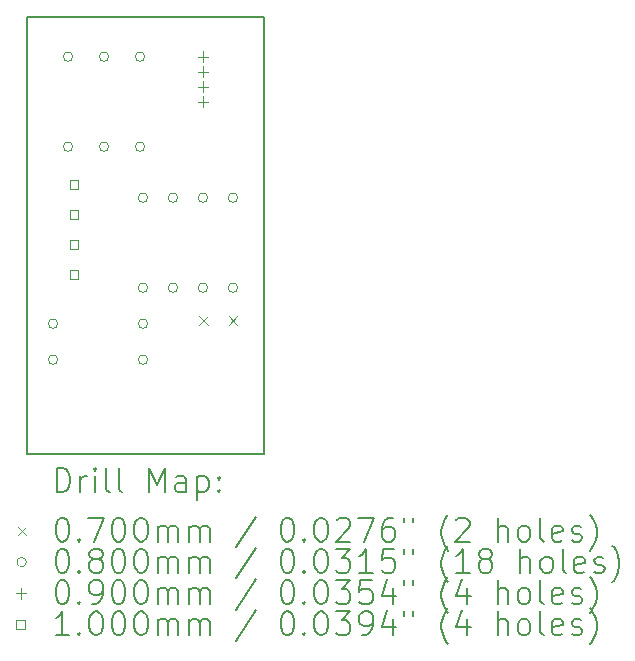
<source format=gbr>
%TF.GenerationSoftware,KiCad,Pcbnew,6.0.11-2627ca5db0~126~ubuntu20.04.1*%
%TF.CreationDate,2023-10-24T11:06:24+02:00*%
%TF.ProjectId,attiny85_I2C_RGB_LED_v21,61747469-6e79-4383-955f-4932435f5247,2.0*%
%TF.SameCoordinates,Original*%
%TF.FileFunction,Drillmap*%
%TF.FilePolarity,Positive*%
%FSLAX45Y45*%
G04 Gerber Fmt 4.5, Leading zero omitted, Abs format (unit mm)*
G04 Created by KiCad (PCBNEW 6.0.11-2627ca5db0~126~ubuntu20.04.1) date 2023-10-24 11:06:24*
%MOMM*%
%LPD*%
G01*
G04 APERTURE LIST*
%ADD10C,0.200000*%
%ADD11C,0.070000*%
%ADD12C,0.080000*%
%ADD13C,0.090000*%
%ADD14C,0.100000*%
G04 APERTURE END LIST*
D10*
X10680000Y-14770000D02*
X12680000Y-14770000D01*
X10680000Y-14770000D02*
X10680000Y-11070000D01*
X12680000Y-14770000D02*
X12680000Y-11070000D01*
X12680000Y-11070000D02*
X10680000Y-11070000D01*
D11*
X12135600Y-13604800D02*
X12205600Y-13674800D01*
X12205600Y-13604800D02*
X12135600Y-13674800D01*
X12385600Y-13604800D02*
X12455600Y-13674800D01*
X12455600Y-13604800D02*
X12385600Y-13674800D01*
D12*
X10936600Y-13665200D02*
G75*
G03*
X10936600Y-13665200I-40000J0D01*
G01*
X10936600Y-13970000D02*
G75*
G03*
X10936600Y-13970000I-40000J0D01*
G01*
X11063600Y-11404600D02*
G75*
G03*
X11063600Y-11404600I-40000J0D01*
G01*
X11063600Y-12166600D02*
G75*
G03*
X11063600Y-12166600I-40000J0D01*
G01*
X11368400Y-11404600D02*
G75*
G03*
X11368400Y-11404600I-40000J0D01*
G01*
X11368400Y-12166600D02*
G75*
G03*
X11368400Y-12166600I-40000J0D01*
G01*
X11673200Y-11404600D02*
G75*
G03*
X11673200Y-11404600I-40000J0D01*
G01*
X11673200Y-12166600D02*
G75*
G03*
X11673200Y-12166600I-40000J0D01*
G01*
X11697600Y-12599400D02*
G75*
G03*
X11697600Y-12599400I-40000J0D01*
G01*
X11697600Y-13361400D02*
G75*
G03*
X11697600Y-13361400I-40000J0D01*
G01*
X11698600Y-13665200D02*
G75*
G03*
X11698600Y-13665200I-40000J0D01*
G01*
X11698600Y-13970000D02*
G75*
G03*
X11698600Y-13970000I-40000J0D01*
G01*
X11951600Y-12599400D02*
G75*
G03*
X11951600Y-12599400I-40000J0D01*
G01*
X11951600Y-13361400D02*
G75*
G03*
X11951600Y-13361400I-40000J0D01*
G01*
X12205600Y-12599400D02*
G75*
G03*
X12205600Y-12599400I-40000J0D01*
G01*
X12205600Y-13361400D02*
G75*
G03*
X12205600Y-13361400I-40000J0D01*
G01*
X12459600Y-12599400D02*
G75*
G03*
X12459600Y-12599400I-40000J0D01*
G01*
X12459600Y-13361400D02*
G75*
G03*
X12459600Y-13361400I-40000J0D01*
G01*
D13*
X12166600Y-11359600D02*
X12166600Y-11449600D01*
X12121600Y-11404600D02*
X12211600Y-11404600D01*
X12166600Y-11486600D02*
X12166600Y-11576600D01*
X12121600Y-11531600D02*
X12211600Y-11531600D01*
X12166600Y-11613600D02*
X12166600Y-11703600D01*
X12121600Y-11658600D02*
X12211600Y-11658600D01*
X12166600Y-11740600D02*
X12166600Y-11830600D01*
X12121600Y-11785600D02*
X12211600Y-11785600D01*
D14*
X11109756Y-12523356D02*
X11109756Y-12452644D01*
X11039044Y-12452644D01*
X11039044Y-12523356D01*
X11109756Y-12523356D01*
X11109756Y-12777356D02*
X11109756Y-12706644D01*
X11039044Y-12706644D01*
X11039044Y-12777356D01*
X11109756Y-12777356D01*
X11109756Y-13031356D02*
X11109756Y-12960644D01*
X11039044Y-12960644D01*
X11039044Y-13031356D01*
X11109756Y-13031356D01*
X11109756Y-13285356D02*
X11109756Y-13214644D01*
X11039044Y-13214644D01*
X11039044Y-13285356D01*
X11109756Y-13285356D01*
D10*
X10927619Y-15090476D02*
X10927619Y-14890476D01*
X10975238Y-14890476D01*
X11003810Y-14900000D01*
X11022857Y-14919048D01*
X11032381Y-14938095D01*
X11041905Y-14976190D01*
X11041905Y-15004762D01*
X11032381Y-15042857D01*
X11022857Y-15061905D01*
X11003810Y-15080952D01*
X10975238Y-15090476D01*
X10927619Y-15090476D01*
X11127619Y-15090476D02*
X11127619Y-14957143D01*
X11127619Y-14995238D02*
X11137143Y-14976190D01*
X11146667Y-14966667D01*
X11165714Y-14957143D01*
X11184762Y-14957143D01*
X11251428Y-15090476D02*
X11251428Y-14957143D01*
X11251428Y-14890476D02*
X11241905Y-14900000D01*
X11251428Y-14909524D01*
X11260952Y-14900000D01*
X11251428Y-14890476D01*
X11251428Y-14909524D01*
X11375238Y-15090476D02*
X11356190Y-15080952D01*
X11346667Y-15061905D01*
X11346667Y-14890476D01*
X11480000Y-15090476D02*
X11460952Y-15080952D01*
X11451428Y-15061905D01*
X11451428Y-14890476D01*
X11708571Y-15090476D02*
X11708571Y-14890476D01*
X11775238Y-15033333D01*
X11841905Y-14890476D01*
X11841905Y-15090476D01*
X12022857Y-15090476D02*
X12022857Y-14985714D01*
X12013333Y-14966667D01*
X11994286Y-14957143D01*
X11956190Y-14957143D01*
X11937143Y-14966667D01*
X12022857Y-15080952D02*
X12003809Y-15090476D01*
X11956190Y-15090476D01*
X11937143Y-15080952D01*
X11927619Y-15061905D01*
X11927619Y-15042857D01*
X11937143Y-15023809D01*
X11956190Y-15014286D01*
X12003809Y-15014286D01*
X12022857Y-15004762D01*
X12118095Y-14957143D02*
X12118095Y-15157143D01*
X12118095Y-14966667D02*
X12137143Y-14957143D01*
X12175238Y-14957143D01*
X12194286Y-14966667D01*
X12203809Y-14976190D01*
X12213333Y-14995238D01*
X12213333Y-15052381D01*
X12203809Y-15071428D01*
X12194286Y-15080952D01*
X12175238Y-15090476D01*
X12137143Y-15090476D01*
X12118095Y-15080952D01*
X12299048Y-15071428D02*
X12308571Y-15080952D01*
X12299048Y-15090476D01*
X12289524Y-15080952D01*
X12299048Y-15071428D01*
X12299048Y-15090476D01*
X12299048Y-14966667D02*
X12308571Y-14976190D01*
X12299048Y-14985714D01*
X12289524Y-14976190D01*
X12299048Y-14966667D01*
X12299048Y-14985714D01*
D11*
X10600000Y-15385000D02*
X10670000Y-15455000D01*
X10670000Y-15385000D02*
X10600000Y-15455000D01*
D10*
X10965714Y-15310476D02*
X10984762Y-15310476D01*
X11003810Y-15320000D01*
X11013333Y-15329524D01*
X11022857Y-15348571D01*
X11032381Y-15386667D01*
X11032381Y-15434286D01*
X11022857Y-15472381D01*
X11013333Y-15491428D01*
X11003810Y-15500952D01*
X10984762Y-15510476D01*
X10965714Y-15510476D01*
X10946667Y-15500952D01*
X10937143Y-15491428D01*
X10927619Y-15472381D01*
X10918095Y-15434286D01*
X10918095Y-15386667D01*
X10927619Y-15348571D01*
X10937143Y-15329524D01*
X10946667Y-15320000D01*
X10965714Y-15310476D01*
X11118095Y-15491428D02*
X11127619Y-15500952D01*
X11118095Y-15510476D01*
X11108571Y-15500952D01*
X11118095Y-15491428D01*
X11118095Y-15510476D01*
X11194286Y-15310476D02*
X11327619Y-15310476D01*
X11241905Y-15510476D01*
X11441905Y-15310476D02*
X11460952Y-15310476D01*
X11480000Y-15320000D01*
X11489524Y-15329524D01*
X11499048Y-15348571D01*
X11508571Y-15386667D01*
X11508571Y-15434286D01*
X11499048Y-15472381D01*
X11489524Y-15491428D01*
X11480000Y-15500952D01*
X11460952Y-15510476D01*
X11441905Y-15510476D01*
X11422857Y-15500952D01*
X11413333Y-15491428D01*
X11403809Y-15472381D01*
X11394286Y-15434286D01*
X11394286Y-15386667D01*
X11403809Y-15348571D01*
X11413333Y-15329524D01*
X11422857Y-15320000D01*
X11441905Y-15310476D01*
X11632381Y-15310476D02*
X11651428Y-15310476D01*
X11670476Y-15320000D01*
X11680000Y-15329524D01*
X11689524Y-15348571D01*
X11699048Y-15386667D01*
X11699048Y-15434286D01*
X11689524Y-15472381D01*
X11680000Y-15491428D01*
X11670476Y-15500952D01*
X11651428Y-15510476D01*
X11632381Y-15510476D01*
X11613333Y-15500952D01*
X11603809Y-15491428D01*
X11594286Y-15472381D01*
X11584762Y-15434286D01*
X11584762Y-15386667D01*
X11594286Y-15348571D01*
X11603809Y-15329524D01*
X11613333Y-15320000D01*
X11632381Y-15310476D01*
X11784762Y-15510476D02*
X11784762Y-15377143D01*
X11784762Y-15396190D02*
X11794286Y-15386667D01*
X11813333Y-15377143D01*
X11841905Y-15377143D01*
X11860952Y-15386667D01*
X11870476Y-15405714D01*
X11870476Y-15510476D01*
X11870476Y-15405714D02*
X11880000Y-15386667D01*
X11899048Y-15377143D01*
X11927619Y-15377143D01*
X11946667Y-15386667D01*
X11956190Y-15405714D01*
X11956190Y-15510476D01*
X12051428Y-15510476D02*
X12051428Y-15377143D01*
X12051428Y-15396190D02*
X12060952Y-15386667D01*
X12080000Y-15377143D01*
X12108571Y-15377143D01*
X12127619Y-15386667D01*
X12137143Y-15405714D01*
X12137143Y-15510476D01*
X12137143Y-15405714D02*
X12146667Y-15386667D01*
X12165714Y-15377143D01*
X12194286Y-15377143D01*
X12213333Y-15386667D01*
X12222857Y-15405714D01*
X12222857Y-15510476D01*
X12613333Y-15300952D02*
X12441905Y-15558095D01*
X12870476Y-15310476D02*
X12889524Y-15310476D01*
X12908571Y-15320000D01*
X12918095Y-15329524D01*
X12927619Y-15348571D01*
X12937143Y-15386667D01*
X12937143Y-15434286D01*
X12927619Y-15472381D01*
X12918095Y-15491428D01*
X12908571Y-15500952D01*
X12889524Y-15510476D01*
X12870476Y-15510476D01*
X12851428Y-15500952D01*
X12841905Y-15491428D01*
X12832381Y-15472381D01*
X12822857Y-15434286D01*
X12822857Y-15386667D01*
X12832381Y-15348571D01*
X12841905Y-15329524D01*
X12851428Y-15320000D01*
X12870476Y-15310476D01*
X13022857Y-15491428D02*
X13032381Y-15500952D01*
X13022857Y-15510476D01*
X13013333Y-15500952D01*
X13022857Y-15491428D01*
X13022857Y-15510476D01*
X13156190Y-15310476D02*
X13175238Y-15310476D01*
X13194286Y-15320000D01*
X13203809Y-15329524D01*
X13213333Y-15348571D01*
X13222857Y-15386667D01*
X13222857Y-15434286D01*
X13213333Y-15472381D01*
X13203809Y-15491428D01*
X13194286Y-15500952D01*
X13175238Y-15510476D01*
X13156190Y-15510476D01*
X13137143Y-15500952D01*
X13127619Y-15491428D01*
X13118095Y-15472381D01*
X13108571Y-15434286D01*
X13108571Y-15386667D01*
X13118095Y-15348571D01*
X13127619Y-15329524D01*
X13137143Y-15320000D01*
X13156190Y-15310476D01*
X13299048Y-15329524D02*
X13308571Y-15320000D01*
X13327619Y-15310476D01*
X13375238Y-15310476D01*
X13394286Y-15320000D01*
X13403809Y-15329524D01*
X13413333Y-15348571D01*
X13413333Y-15367619D01*
X13403809Y-15396190D01*
X13289524Y-15510476D01*
X13413333Y-15510476D01*
X13480000Y-15310476D02*
X13613333Y-15310476D01*
X13527619Y-15510476D01*
X13775238Y-15310476D02*
X13737143Y-15310476D01*
X13718095Y-15320000D01*
X13708571Y-15329524D01*
X13689524Y-15358095D01*
X13680000Y-15396190D01*
X13680000Y-15472381D01*
X13689524Y-15491428D01*
X13699048Y-15500952D01*
X13718095Y-15510476D01*
X13756190Y-15510476D01*
X13775238Y-15500952D01*
X13784762Y-15491428D01*
X13794286Y-15472381D01*
X13794286Y-15424762D01*
X13784762Y-15405714D01*
X13775238Y-15396190D01*
X13756190Y-15386667D01*
X13718095Y-15386667D01*
X13699048Y-15396190D01*
X13689524Y-15405714D01*
X13680000Y-15424762D01*
X13870476Y-15310476D02*
X13870476Y-15348571D01*
X13946667Y-15310476D02*
X13946667Y-15348571D01*
X14241905Y-15586667D02*
X14232381Y-15577143D01*
X14213333Y-15548571D01*
X14203809Y-15529524D01*
X14194286Y-15500952D01*
X14184762Y-15453333D01*
X14184762Y-15415238D01*
X14194286Y-15367619D01*
X14203809Y-15339048D01*
X14213333Y-15320000D01*
X14232381Y-15291428D01*
X14241905Y-15281905D01*
X14308571Y-15329524D02*
X14318095Y-15320000D01*
X14337143Y-15310476D01*
X14384762Y-15310476D01*
X14403809Y-15320000D01*
X14413333Y-15329524D01*
X14422857Y-15348571D01*
X14422857Y-15367619D01*
X14413333Y-15396190D01*
X14299048Y-15510476D01*
X14422857Y-15510476D01*
X14660952Y-15510476D02*
X14660952Y-15310476D01*
X14746667Y-15510476D02*
X14746667Y-15405714D01*
X14737143Y-15386667D01*
X14718095Y-15377143D01*
X14689524Y-15377143D01*
X14670476Y-15386667D01*
X14660952Y-15396190D01*
X14870476Y-15510476D02*
X14851428Y-15500952D01*
X14841905Y-15491428D01*
X14832381Y-15472381D01*
X14832381Y-15415238D01*
X14841905Y-15396190D01*
X14851428Y-15386667D01*
X14870476Y-15377143D01*
X14899048Y-15377143D01*
X14918095Y-15386667D01*
X14927619Y-15396190D01*
X14937143Y-15415238D01*
X14937143Y-15472381D01*
X14927619Y-15491428D01*
X14918095Y-15500952D01*
X14899048Y-15510476D01*
X14870476Y-15510476D01*
X15051428Y-15510476D02*
X15032381Y-15500952D01*
X15022857Y-15481905D01*
X15022857Y-15310476D01*
X15203809Y-15500952D02*
X15184762Y-15510476D01*
X15146667Y-15510476D01*
X15127619Y-15500952D01*
X15118095Y-15481905D01*
X15118095Y-15405714D01*
X15127619Y-15386667D01*
X15146667Y-15377143D01*
X15184762Y-15377143D01*
X15203809Y-15386667D01*
X15213333Y-15405714D01*
X15213333Y-15424762D01*
X15118095Y-15443809D01*
X15289524Y-15500952D02*
X15308571Y-15510476D01*
X15346667Y-15510476D01*
X15365714Y-15500952D01*
X15375238Y-15481905D01*
X15375238Y-15472381D01*
X15365714Y-15453333D01*
X15346667Y-15443809D01*
X15318095Y-15443809D01*
X15299048Y-15434286D01*
X15289524Y-15415238D01*
X15289524Y-15405714D01*
X15299048Y-15386667D01*
X15318095Y-15377143D01*
X15346667Y-15377143D01*
X15365714Y-15386667D01*
X15441905Y-15586667D02*
X15451428Y-15577143D01*
X15470476Y-15548571D01*
X15480000Y-15529524D01*
X15489524Y-15500952D01*
X15499048Y-15453333D01*
X15499048Y-15415238D01*
X15489524Y-15367619D01*
X15480000Y-15339048D01*
X15470476Y-15320000D01*
X15451428Y-15291428D01*
X15441905Y-15281905D01*
D12*
X10670000Y-15684000D02*
G75*
G03*
X10670000Y-15684000I-40000J0D01*
G01*
D10*
X10965714Y-15574476D02*
X10984762Y-15574476D01*
X11003810Y-15584000D01*
X11013333Y-15593524D01*
X11022857Y-15612571D01*
X11032381Y-15650667D01*
X11032381Y-15698286D01*
X11022857Y-15736381D01*
X11013333Y-15755428D01*
X11003810Y-15764952D01*
X10984762Y-15774476D01*
X10965714Y-15774476D01*
X10946667Y-15764952D01*
X10937143Y-15755428D01*
X10927619Y-15736381D01*
X10918095Y-15698286D01*
X10918095Y-15650667D01*
X10927619Y-15612571D01*
X10937143Y-15593524D01*
X10946667Y-15584000D01*
X10965714Y-15574476D01*
X11118095Y-15755428D02*
X11127619Y-15764952D01*
X11118095Y-15774476D01*
X11108571Y-15764952D01*
X11118095Y-15755428D01*
X11118095Y-15774476D01*
X11241905Y-15660190D02*
X11222857Y-15650667D01*
X11213333Y-15641143D01*
X11203809Y-15622095D01*
X11203809Y-15612571D01*
X11213333Y-15593524D01*
X11222857Y-15584000D01*
X11241905Y-15574476D01*
X11280000Y-15574476D01*
X11299048Y-15584000D01*
X11308571Y-15593524D01*
X11318095Y-15612571D01*
X11318095Y-15622095D01*
X11308571Y-15641143D01*
X11299048Y-15650667D01*
X11280000Y-15660190D01*
X11241905Y-15660190D01*
X11222857Y-15669714D01*
X11213333Y-15679238D01*
X11203809Y-15698286D01*
X11203809Y-15736381D01*
X11213333Y-15755428D01*
X11222857Y-15764952D01*
X11241905Y-15774476D01*
X11280000Y-15774476D01*
X11299048Y-15764952D01*
X11308571Y-15755428D01*
X11318095Y-15736381D01*
X11318095Y-15698286D01*
X11308571Y-15679238D01*
X11299048Y-15669714D01*
X11280000Y-15660190D01*
X11441905Y-15574476D02*
X11460952Y-15574476D01*
X11480000Y-15584000D01*
X11489524Y-15593524D01*
X11499048Y-15612571D01*
X11508571Y-15650667D01*
X11508571Y-15698286D01*
X11499048Y-15736381D01*
X11489524Y-15755428D01*
X11480000Y-15764952D01*
X11460952Y-15774476D01*
X11441905Y-15774476D01*
X11422857Y-15764952D01*
X11413333Y-15755428D01*
X11403809Y-15736381D01*
X11394286Y-15698286D01*
X11394286Y-15650667D01*
X11403809Y-15612571D01*
X11413333Y-15593524D01*
X11422857Y-15584000D01*
X11441905Y-15574476D01*
X11632381Y-15574476D02*
X11651428Y-15574476D01*
X11670476Y-15584000D01*
X11680000Y-15593524D01*
X11689524Y-15612571D01*
X11699048Y-15650667D01*
X11699048Y-15698286D01*
X11689524Y-15736381D01*
X11680000Y-15755428D01*
X11670476Y-15764952D01*
X11651428Y-15774476D01*
X11632381Y-15774476D01*
X11613333Y-15764952D01*
X11603809Y-15755428D01*
X11594286Y-15736381D01*
X11584762Y-15698286D01*
X11584762Y-15650667D01*
X11594286Y-15612571D01*
X11603809Y-15593524D01*
X11613333Y-15584000D01*
X11632381Y-15574476D01*
X11784762Y-15774476D02*
X11784762Y-15641143D01*
X11784762Y-15660190D02*
X11794286Y-15650667D01*
X11813333Y-15641143D01*
X11841905Y-15641143D01*
X11860952Y-15650667D01*
X11870476Y-15669714D01*
X11870476Y-15774476D01*
X11870476Y-15669714D02*
X11880000Y-15650667D01*
X11899048Y-15641143D01*
X11927619Y-15641143D01*
X11946667Y-15650667D01*
X11956190Y-15669714D01*
X11956190Y-15774476D01*
X12051428Y-15774476D02*
X12051428Y-15641143D01*
X12051428Y-15660190D02*
X12060952Y-15650667D01*
X12080000Y-15641143D01*
X12108571Y-15641143D01*
X12127619Y-15650667D01*
X12137143Y-15669714D01*
X12137143Y-15774476D01*
X12137143Y-15669714D02*
X12146667Y-15650667D01*
X12165714Y-15641143D01*
X12194286Y-15641143D01*
X12213333Y-15650667D01*
X12222857Y-15669714D01*
X12222857Y-15774476D01*
X12613333Y-15564952D02*
X12441905Y-15822095D01*
X12870476Y-15574476D02*
X12889524Y-15574476D01*
X12908571Y-15584000D01*
X12918095Y-15593524D01*
X12927619Y-15612571D01*
X12937143Y-15650667D01*
X12937143Y-15698286D01*
X12927619Y-15736381D01*
X12918095Y-15755428D01*
X12908571Y-15764952D01*
X12889524Y-15774476D01*
X12870476Y-15774476D01*
X12851428Y-15764952D01*
X12841905Y-15755428D01*
X12832381Y-15736381D01*
X12822857Y-15698286D01*
X12822857Y-15650667D01*
X12832381Y-15612571D01*
X12841905Y-15593524D01*
X12851428Y-15584000D01*
X12870476Y-15574476D01*
X13022857Y-15755428D02*
X13032381Y-15764952D01*
X13022857Y-15774476D01*
X13013333Y-15764952D01*
X13022857Y-15755428D01*
X13022857Y-15774476D01*
X13156190Y-15574476D02*
X13175238Y-15574476D01*
X13194286Y-15584000D01*
X13203809Y-15593524D01*
X13213333Y-15612571D01*
X13222857Y-15650667D01*
X13222857Y-15698286D01*
X13213333Y-15736381D01*
X13203809Y-15755428D01*
X13194286Y-15764952D01*
X13175238Y-15774476D01*
X13156190Y-15774476D01*
X13137143Y-15764952D01*
X13127619Y-15755428D01*
X13118095Y-15736381D01*
X13108571Y-15698286D01*
X13108571Y-15650667D01*
X13118095Y-15612571D01*
X13127619Y-15593524D01*
X13137143Y-15584000D01*
X13156190Y-15574476D01*
X13289524Y-15574476D02*
X13413333Y-15574476D01*
X13346667Y-15650667D01*
X13375238Y-15650667D01*
X13394286Y-15660190D01*
X13403809Y-15669714D01*
X13413333Y-15688762D01*
X13413333Y-15736381D01*
X13403809Y-15755428D01*
X13394286Y-15764952D01*
X13375238Y-15774476D01*
X13318095Y-15774476D01*
X13299048Y-15764952D01*
X13289524Y-15755428D01*
X13603809Y-15774476D02*
X13489524Y-15774476D01*
X13546667Y-15774476D02*
X13546667Y-15574476D01*
X13527619Y-15603048D01*
X13508571Y-15622095D01*
X13489524Y-15631619D01*
X13784762Y-15574476D02*
X13689524Y-15574476D01*
X13680000Y-15669714D01*
X13689524Y-15660190D01*
X13708571Y-15650667D01*
X13756190Y-15650667D01*
X13775238Y-15660190D01*
X13784762Y-15669714D01*
X13794286Y-15688762D01*
X13794286Y-15736381D01*
X13784762Y-15755428D01*
X13775238Y-15764952D01*
X13756190Y-15774476D01*
X13708571Y-15774476D01*
X13689524Y-15764952D01*
X13680000Y-15755428D01*
X13870476Y-15574476D02*
X13870476Y-15612571D01*
X13946667Y-15574476D02*
X13946667Y-15612571D01*
X14241905Y-15850667D02*
X14232381Y-15841143D01*
X14213333Y-15812571D01*
X14203809Y-15793524D01*
X14194286Y-15764952D01*
X14184762Y-15717333D01*
X14184762Y-15679238D01*
X14194286Y-15631619D01*
X14203809Y-15603048D01*
X14213333Y-15584000D01*
X14232381Y-15555428D01*
X14241905Y-15545905D01*
X14422857Y-15774476D02*
X14308571Y-15774476D01*
X14365714Y-15774476D02*
X14365714Y-15574476D01*
X14346667Y-15603048D01*
X14327619Y-15622095D01*
X14308571Y-15631619D01*
X14537143Y-15660190D02*
X14518095Y-15650667D01*
X14508571Y-15641143D01*
X14499048Y-15622095D01*
X14499048Y-15612571D01*
X14508571Y-15593524D01*
X14518095Y-15584000D01*
X14537143Y-15574476D01*
X14575238Y-15574476D01*
X14594286Y-15584000D01*
X14603809Y-15593524D01*
X14613333Y-15612571D01*
X14613333Y-15622095D01*
X14603809Y-15641143D01*
X14594286Y-15650667D01*
X14575238Y-15660190D01*
X14537143Y-15660190D01*
X14518095Y-15669714D01*
X14508571Y-15679238D01*
X14499048Y-15698286D01*
X14499048Y-15736381D01*
X14508571Y-15755428D01*
X14518095Y-15764952D01*
X14537143Y-15774476D01*
X14575238Y-15774476D01*
X14594286Y-15764952D01*
X14603809Y-15755428D01*
X14613333Y-15736381D01*
X14613333Y-15698286D01*
X14603809Y-15679238D01*
X14594286Y-15669714D01*
X14575238Y-15660190D01*
X14851428Y-15774476D02*
X14851428Y-15574476D01*
X14937143Y-15774476D02*
X14937143Y-15669714D01*
X14927619Y-15650667D01*
X14908571Y-15641143D01*
X14880000Y-15641143D01*
X14860952Y-15650667D01*
X14851428Y-15660190D01*
X15060952Y-15774476D02*
X15041905Y-15764952D01*
X15032381Y-15755428D01*
X15022857Y-15736381D01*
X15022857Y-15679238D01*
X15032381Y-15660190D01*
X15041905Y-15650667D01*
X15060952Y-15641143D01*
X15089524Y-15641143D01*
X15108571Y-15650667D01*
X15118095Y-15660190D01*
X15127619Y-15679238D01*
X15127619Y-15736381D01*
X15118095Y-15755428D01*
X15108571Y-15764952D01*
X15089524Y-15774476D01*
X15060952Y-15774476D01*
X15241905Y-15774476D02*
X15222857Y-15764952D01*
X15213333Y-15745905D01*
X15213333Y-15574476D01*
X15394286Y-15764952D02*
X15375238Y-15774476D01*
X15337143Y-15774476D01*
X15318095Y-15764952D01*
X15308571Y-15745905D01*
X15308571Y-15669714D01*
X15318095Y-15650667D01*
X15337143Y-15641143D01*
X15375238Y-15641143D01*
X15394286Y-15650667D01*
X15403809Y-15669714D01*
X15403809Y-15688762D01*
X15308571Y-15707809D01*
X15480000Y-15764952D02*
X15499048Y-15774476D01*
X15537143Y-15774476D01*
X15556190Y-15764952D01*
X15565714Y-15745905D01*
X15565714Y-15736381D01*
X15556190Y-15717333D01*
X15537143Y-15707809D01*
X15508571Y-15707809D01*
X15489524Y-15698286D01*
X15480000Y-15679238D01*
X15480000Y-15669714D01*
X15489524Y-15650667D01*
X15508571Y-15641143D01*
X15537143Y-15641143D01*
X15556190Y-15650667D01*
X15632381Y-15850667D02*
X15641905Y-15841143D01*
X15660952Y-15812571D01*
X15670476Y-15793524D01*
X15680000Y-15764952D01*
X15689524Y-15717333D01*
X15689524Y-15679238D01*
X15680000Y-15631619D01*
X15670476Y-15603048D01*
X15660952Y-15584000D01*
X15641905Y-15555428D01*
X15632381Y-15545905D01*
D13*
X10625000Y-15903000D02*
X10625000Y-15993000D01*
X10580000Y-15948000D02*
X10670000Y-15948000D01*
D10*
X10965714Y-15838476D02*
X10984762Y-15838476D01*
X11003810Y-15848000D01*
X11013333Y-15857524D01*
X11022857Y-15876571D01*
X11032381Y-15914667D01*
X11032381Y-15962286D01*
X11022857Y-16000381D01*
X11013333Y-16019428D01*
X11003810Y-16028952D01*
X10984762Y-16038476D01*
X10965714Y-16038476D01*
X10946667Y-16028952D01*
X10937143Y-16019428D01*
X10927619Y-16000381D01*
X10918095Y-15962286D01*
X10918095Y-15914667D01*
X10927619Y-15876571D01*
X10937143Y-15857524D01*
X10946667Y-15848000D01*
X10965714Y-15838476D01*
X11118095Y-16019428D02*
X11127619Y-16028952D01*
X11118095Y-16038476D01*
X11108571Y-16028952D01*
X11118095Y-16019428D01*
X11118095Y-16038476D01*
X11222857Y-16038476D02*
X11260952Y-16038476D01*
X11280000Y-16028952D01*
X11289524Y-16019428D01*
X11308571Y-15990857D01*
X11318095Y-15952762D01*
X11318095Y-15876571D01*
X11308571Y-15857524D01*
X11299048Y-15848000D01*
X11280000Y-15838476D01*
X11241905Y-15838476D01*
X11222857Y-15848000D01*
X11213333Y-15857524D01*
X11203809Y-15876571D01*
X11203809Y-15924190D01*
X11213333Y-15943238D01*
X11222857Y-15952762D01*
X11241905Y-15962286D01*
X11280000Y-15962286D01*
X11299048Y-15952762D01*
X11308571Y-15943238D01*
X11318095Y-15924190D01*
X11441905Y-15838476D02*
X11460952Y-15838476D01*
X11480000Y-15848000D01*
X11489524Y-15857524D01*
X11499048Y-15876571D01*
X11508571Y-15914667D01*
X11508571Y-15962286D01*
X11499048Y-16000381D01*
X11489524Y-16019428D01*
X11480000Y-16028952D01*
X11460952Y-16038476D01*
X11441905Y-16038476D01*
X11422857Y-16028952D01*
X11413333Y-16019428D01*
X11403809Y-16000381D01*
X11394286Y-15962286D01*
X11394286Y-15914667D01*
X11403809Y-15876571D01*
X11413333Y-15857524D01*
X11422857Y-15848000D01*
X11441905Y-15838476D01*
X11632381Y-15838476D02*
X11651428Y-15838476D01*
X11670476Y-15848000D01*
X11680000Y-15857524D01*
X11689524Y-15876571D01*
X11699048Y-15914667D01*
X11699048Y-15962286D01*
X11689524Y-16000381D01*
X11680000Y-16019428D01*
X11670476Y-16028952D01*
X11651428Y-16038476D01*
X11632381Y-16038476D01*
X11613333Y-16028952D01*
X11603809Y-16019428D01*
X11594286Y-16000381D01*
X11584762Y-15962286D01*
X11584762Y-15914667D01*
X11594286Y-15876571D01*
X11603809Y-15857524D01*
X11613333Y-15848000D01*
X11632381Y-15838476D01*
X11784762Y-16038476D02*
X11784762Y-15905143D01*
X11784762Y-15924190D02*
X11794286Y-15914667D01*
X11813333Y-15905143D01*
X11841905Y-15905143D01*
X11860952Y-15914667D01*
X11870476Y-15933714D01*
X11870476Y-16038476D01*
X11870476Y-15933714D02*
X11880000Y-15914667D01*
X11899048Y-15905143D01*
X11927619Y-15905143D01*
X11946667Y-15914667D01*
X11956190Y-15933714D01*
X11956190Y-16038476D01*
X12051428Y-16038476D02*
X12051428Y-15905143D01*
X12051428Y-15924190D02*
X12060952Y-15914667D01*
X12080000Y-15905143D01*
X12108571Y-15905143D01*
X12127619Y-15914667D01*
X12137143Y-15933714D01*
X12137143Y-16038476D01*
X12137143Y-15933714D02*
X12146667Y-15914667D01*
X12165714Y-15905143D01*
X12194286Y-15905143D01*
X12213333Y-15914667D01*
X12222857Y-15933714D01*
X12222857Y-16038476D01*
X12613333Y-15828952D02*
X12441905Y-16086095D01*
X12870476Y-15838476D02*
X12889524Y-15838476D01*
X12908571Y-15848000D01*
X12918095Y-15857524D01*
X12927619Y-15876571D01*
X12937143Y-15914667D01*
X12937143Y-15962286D01*
X12927619Y-16000381D01*
X12918095Y-16019428D01*
X12908571Y-16028952D01*
X12889524Y-16038476D01*
X12870476Y-16038476D01*
X12851428Y-16028952D01*
X12841905Y-16019428D01*
X12832381Y-16000381D01*
X12822857Y-15962286D01*
X12822857Y-15914667D01*
X12832381Y-15876571D01*
X12841905Y-15857524D01*
X12851428Y-15848000D01*
X12870476Y-15838476D01*
X13022857Y-16019428D02*
X13032381Y-16028952D01*
X13022857Y-16038476D01*
X13013333Y-16028952D01*
X13022857Y-16019428D01*
X13022857Y-16038476D01*
X13156190Y-15838476D02*
X13175238Y-15838476D01*
X13194286Y-15848000D01*
X13203809Y-15857524D01*
X13213333Y-15876571D01*
X13222857Y-15914667D01*
X13222857Y-15962286D01*
X13213333Y-16000381D01*
X13203809Y-16019428D01*
X13194286Y-16028952D01*
X13175238Y-16038476D01*
X13156190Y-16038476D01*
X13137143Y-16028952D01*
X13127619Y-16019428D01*
X13118095Y-16000381D01*
X13108571Y-15962286D01*
X13108571Y-15914667D01*
X13118095Y-15876571D01*
X13127619Y-15857524D01*
X13137143Y-15848000D01*
X13156190Y-15838476D01*
X13289524Y-15838476D02*
X13413333Y-15838476D01*
X13346667Y-15914667D01*
X13375238Y-15914667D01*
X13394286Y-15924190D01*
X13403809Y-15933714D01*
X13413333Y-15952762D01*
X13413333Y-16000381D01*
X13403809Y-16019428D01*
X13394286Y-16028952D01*
X13375238Y-16038476D01*
X13318095Y-16038476D01*
X13299048Y-16028952D01*
X13289524Y-16019428D01*
X13594286Y-15838476D02*
X13499048Y-15838476D01*
X13489524Y-15933714D01*
X13499048Y-15924190D01*
X13518095Y-15914667D01*
X13565714Y-15914667D01*
X13584762Y-15924190D01*
X13594286Y-15933714D01*
X13603809Y-15952762D01*
X13603809Y-16000381D01*
X13594286Y-16019428D01*
X13584762Y-16028952D01*
X13565714Y-16038476D01*
X13518095Y-16038476D01*
X13499048Y-16028952D01*
X13489524Y-16019428D01*
X13775238Y-15905143D02*
X13775238Y-16038476D01*
X13727619Y-15828952D02*
X13680000Y-15971809D01*
X13803809Y-15971809D01*
X13870476Y-15838476D02*
X13870476Y-15876571D01*
X13946667Y-15838476D02*
X13946667Y-15876571D01*
X14241905Y-16114667D02*
X14232381Y-16105143D01*
X14213333Y-16076571D01*
X14203809Y-16057524D01*
X14194286Y-16028952D01*
X14184762Y-15981333D01*
X14184762Y-15943238D01*
X14194286Y-15895619D01*
X14203809Y-15867048D01*
X14213333Y-15848000D01*
X14232381Y-15819428D01*
X14241905Y-15809905D01*
X14403809Y-15905143D02*
X14403809Y-16038476D01*
X14356190Y-15828952D02*
X14308571Y-15971809D01*
X14432381Y-15971809D01*
X14660952Y-16038476D02*
X14660952Y-15838476D01*
X14746667Y-16038476D02*
X14746667Y-15933714D01*
X14737143Y-15914667D01*
X14718095Y-15905143D01*
X14689524Y-15905143D01*
X14670476Y-15914667D01*
X14660952Y-15924190D01*
X14870476Y-16038476D02*
X14851428Y-16028952D01*
X14841905Y-16019428D01*
X14832381Y-16000381D01*
X14832381Y-15943238D01*
X14841905Y-15924190D01*
X14851428Y-15914667D01*
X14870476Y-15905143D01*
X14899048Y-15905143D01*
X14918095Y-15914667D01*
X14927619Y-15924190D01*
X14937143Y-15943238D01*
X14937143Y-16000381D01*
X14927619Y-16019428D01*
X14918095Y-16028952D01*
X14899048Y-16038476D01*
X14870476Y-16038476D01*
X15051428Y-16038476D02*
X15032381Y-16028952D01*
X15022857Y-16009905D01*
X15022857Y-15838476D01*
X15203809Y-16028952D02*
X15184762Y-16038476D01*
X15146667Y-16038476D01*
X15127619Y-16028952D01*
X15118095Y-16009905D01*
X15118095Y-15933714D01*
X15127619Y-15914667D01*
X15146667Y-15905143D01*
X15184762Y-15905143D01*
X15203809Y-15914667D01*
X15213333Y-15933714D01*
X15213333Y-15952762D01*
X15118095Y-15971809D01*
X15289524Y-16028952D02*
X15308571Y-16038476D01*
X15346667Y-16038476D01*
X15365714Y-16028952D01*
X15375238Y-16009905D01*
X15375238Y-16000381D01*
X15365714Y-15981333D01*
X15346667Y-15971809D01*
X15318095Y-15971809D01*
X15299048Y-15962286D01*
X15289524Y-15943238D01*
X15289524Y-15933714D01*
X15299048Y-15914667D01*
X15318095Y-15905143D01*
X15346667Y-15905143D01*
X15365714Y-15914667D01*
X15441905Y-16114667D02*
X15451428Y-16105143D01*
X15470476Y-16076571D01*
X15480000Y-16057524D01*
X15489524Y-16028952D01*
X15499048Y-15981333D01*
X15499048Y-15943238D01*
X15489524Y-15895619D01*
X15480000Y-15867048D01*
X15470476Y-15848000D01*
X15451428Y-15819428D01*
X15441905Y-15809905D01*
D14*
X10655356Y-16247356D02*
X10655356Y-16176644D01*
X10584644Y-16176644D01*
X10584644Y-16247356D01*
X10655356Y-16247356D01*
D10*
X11032381Y-16302476D02*
X10918095Y-16302476D01*
X10975238Y-16302476D02*
X10975238Y-16102476D01*
X10956190Y-16131048D01*
X10937143Y-16150095D01*
X10918095Y-16159619D01*
X11118095Y-16283428D02*
X11127619Y-16292952D01*
X11118095Y-16302476D01*
X11108571Y-16292952D01*
X11118095Y-16283428D01*
X11118095Y-16302476D01*
X11251428Y-16102476D02*
X11270476Y-16102476D01*
X11289524Y-16112000D01*
X11299048Y-16121524D01*
X11308571Y-16140571D01*
X11318095Y-16178667D01*
X11318095Y-16226286D01*
X11308571Y-16264381D01*
X11299048Y-16283428D01*
X11289524Y-16292952D01*
X11270476Y-16302476D01*
X11251428Y-16302476D01*
X11232381Y-16292952D01*
X11222857Y-16283428D01*
X11213333Y-16264381D01*
X11203809Y-16226286D01*
X11203809Y-16178667D01*
X11213333Y-16140571D01*
X11222857Y-16121524D01*
X11232381Y-16112000D01*
X11251428Y-16102476D01*
X11441905Y-16102476D02*
X11460952Y-16102476D01*
X11480000Y-16112000D01*
X11489524Y-16121524D01*
X11499048Y-16140571D01*
X11508571Y-16178667D01*
X11508571Y-16226286D01*
X11499048Y-16264381D01*
X11489524Y-16283428D01*
X11480000Y-16292952D01*
X11460952Y-16302476D01*
X11441905Y-16302476D01*
X11422857Y-16292952D01*
X11413333Y-16283428D01*
X11403809Y-16264381D01*
X11394286Y-16226286D01*
X11394286Y-16178667D01*
X11403809Y-16140571D01*
X11413333Y-16121524D01*
X11422857Y-16112000D01*
X11441905Y-16102476D01*
X11632381Y-16102476D02*
X11651428Y-16102476D01*
X11670476Y-16112000D01*
X11680000Y-16121524D01*
X11689524Y-16140571D01*
X11699048Y-16178667D01*
X11699048Y-16226286D01*
X11689524Y-16264381D01*
X11680000Y-16283428D01*
X11670476Y-16292952D01*
X11651428Y-16302476D01*
X11632381Y-16302476D01*
X11613333Y-16292952D01*
X11603809Y-16283428D01*
X11594286Y-16264381D01*
X11584762Y-16226286D01*
X11584762Y-16178667D01*
X11594286Y-16140571D01*
X11603809Y-16121524D01*
X11613333Y-16112000D01*
X11632381Y-16102476D01*
X11784762Y-16302476D02*
X11784762Y-16169143D01*
X11784762Y-16188190D02*
X11794286Y-16178667D01*
X11813333Y-16169143D01*
X11841905Y-16169143D01*
X11860952Y-16178667D01*
X11870476Y-16197714D01*
X11870476Y-16302476D01*
X11870476Y-16197714D02*
X11880000Y-16178667D01*
X11899048Y-16169143D01*
X11927619Y-16169143D01*
X11946667Y-16178667D01*
X11956190Y-16197714D01*
X11956190Y-16302476D01*
X12051428Y-16302476D02*
X12051428Y-16169143D01*
X12051428Y-16188190D02*
X12060952Y-16178667D01*
X12080000Y-16169143D01*
X12108571Y-16169143D01*
X12127619Y-16178667D01*
X12137143Y-16197714D01*
X12137143Y-16302476D01*
X12137143Y-16197714D02*
X12146667Y-16178667D01*
X12165714Y-16169143D01*
X12194286Y-16169143D01*
X12213333Y-16178667D01*
X12222857Y-16197714D01*
X12222857Y-16302476D01*
X12613333Y-16092952D02*
X12441905Y-16350095D01*
X12870476Y-16102476D02*
X12889524Y-16102476D01*
X12908571Y-16112000D01*
X12918095Y-16121524D01*
X12927619Y-16140571D01*
X12937143Y-16178667D01*
X12937143Y-16226286D01*
X12927619Y-16264381D01*
X12918095Y-16283428D01*
X12908571Y-16292952D01*
X12889524Y-16302476D01*
X12870476Y-16302476D01*
X12851428Y-16292952D01*
X12841905Y-16283428D01*
X12832381Y-16264381D01*
X12822857Y-16226286D01*
X12822857Y-16178667D01*
X12832381Y-16140571D01*
X12841905Y-16121524D01*
X12851428Y-16112000D01*
X12870476Y-16102476D01*
X13022857Y-16283428D02*
X13032381Y-16292952D01*
X13022857Y-16302476D01*
X13013333Y-16292952D01*
X13022857Y-16283428D01*
X13022857Y-16302476D01*
X13156190Y-16102476D02*
X13175238Y-16102476D01*
X13194286Y-16112000D01*
X13203809Y-16121524D01*
X13213333Y-16140571D01*
X13222857Y-16178667D01*
X13222857Y-16226286D01*
X13213333Y-16264381D01*
X13203809Y-16283428D01*
X13194286Y-16292952D01*
X13175238Y-16302476D01*
X13156190Y-16302476D01*
X13137143Y-16292952D01*
X13127619Y-16283428D01*
X13118095Y-16264381D01*
X13108571Y-16226286D01*
X13108571Y-16178667D01*
X13118095Y-16140571D01*
X13127619Y-16121524D01*
X13137143Y-16112000D01*
X13156190Y-16102476D01*
X13289524Y-16102476D02*
X13413333Y-16102476D01*
X13346667Y-16178667D01*
X13375238Y-16178667D01*
X13394286Y-16188190D01*
X13403809Y-16197714D01*
X13413333Y-16216762D01*
X13413333Y-16264381D01*
X13403809Y-16283428D01*
X13394286Y-16292952D01*
X13375238Y-16302476D01*
X13318095Y-16302476D01*
X13299048Y-16292952D01*
X13289524Y-16283428D01*
X13508571Y-16302476D02*
X13546667Y-16302476D01*
X13565714Y-16292952D01*
X13575238Y-16283428D01*
X13594286Y-16254857D01*
X13603809Y-16216762D01*
X13603809Y-16140571D01*
X13594286Y-16121524D01*
X13584762Y-16112000D01*
X13565714Y-16102476D01*
X13527619Y-16102476D01*
X13508571Y-16112000D01*
X13499048Y-16121524D01*
X13489524Y-16140571D01*
X13489524Y-16188190D01*
X13499048Y-16207238D01*
X13508571Y-16216762D01*
X13527619Y-16226286D01*
X13565714Y-16226286D01*
X13584762Y-16216762D01*
X13594286Y-16207238D01*
X13603809Y-16188190D01*
X13775238Y-16169143D02*
X13775238Y-16302476D01*
X13727619Y-16092952D02*
X13680000Y-16235809D01*
X13803809Y-16235809D01*
X13870476Y-16102476D02*
X13870476Y-16140571D01*
X13946667Y-16102476D02*
X13946667Y-16140571D01*
X14241905Y-16378667D02*
X14232381Y-16369143D01*
X14213333Y-16340571D01*
X14203809Y-16321524D01*
X14194286Y-16292952D01*
X14184762Y-16245333D01*
X14184762Y-16207238D01*
X14194286Y-16159619D01*
X14203809Y-16131048D01*
X14213333Y-16112000D01*
X14232381Y-16083428D01*
X14241905Y-16073905D01*
X14403809Y-16169143D02*
X14403809Y-16302476D01*
X14356190Y-16092952D02*
X14308571Y-16235809D01*
X14432381Y-16235809D01*
X14660952Y-16302476D02*
X14660952Y-16102476D01*
X14746667Y-16302476D02*
X14746667Y-16197714D01*
X14737143Y-16178667D01*
X14718095Y-16169143D01*
X14689524Y-16169143D01*
X14670476Y-16178667D01*
X14660952Y-16188190D01*
X14870476Y-16302476D02*
X14851428Y-16292952D01*
X14841905Y-16283428D01*
X14832381Y-16264381D01*
X14832381Y-16207238D01*
X14841905Y-16188190D01*
X14851428Y-16178667D01*
X14870476Y-16169143D01*
X14899048Y-16169143D01*
X14918095Y-16178667D01*
X14927619Y-16188190D01*
X14937143Y-16207238D01*
X14937143Y-16264381D01*
X14927619Y-16283428D01*
X14918095Y-16292952D01*
X14899048Y-16302476D01*
X14870476Y-16302476D01*
X15051428Y-16302476D02*
X15032381Y-16292952D01*
X15022857Y-16273905D01*
X15022857Y-16102476D01*
X15203809Y-16292952D02*
X15184762Y-16302476D01*
X15146667Y-16302476D01*
X15127619Y-16292952D01*
X15118095Y-16273905D01*
X15118095Y-16197714D01*
X15127619Y-16178667D01*
X15146667Y-16169143D01*
X15184762Y-16169143D01*
X15203809Y-16178667D01*
X15213333Y-16197714D01*
X15213333Y-16216762D01*
X15118095Y-16235809D01*
X15289524Y-16292952D02*
X15308571Y-16302476D01*
X15346667Y-16302476D01*
X15365714Y-16292952D01*
X15375238Y-16273905D01*
X15375238Y-16264381D01*
X15365714Y-16245333D01*
X15346667Y-16235809D01*
X15318095Y-16235809D01*
X15299048Y-16226286D01*
X15289524Y-16207238D01*
X15289524Y-16197714D01*
X15299048Y-16178667D01*
X15318095Y-16169143D01*
X15346667Y-16169143D01*
X15365714Y-16178667D01*
X15441905Y-16378667D02*
X15451428Y-16369143D01*
X15470476Y-16340571D01*
X15480000Y-16321524D01*
X15489524Y-16292952D01*
X15499048Y-16245333D01*
X15499048Y-16207238D01*
X15489524Y-16159619D01*
X15480000Y-16131048D01*
X15470476Y-16112000D01*
X15451428Y-16083428D01*
X15441905Y-16073905D01*
M02*

</source>
